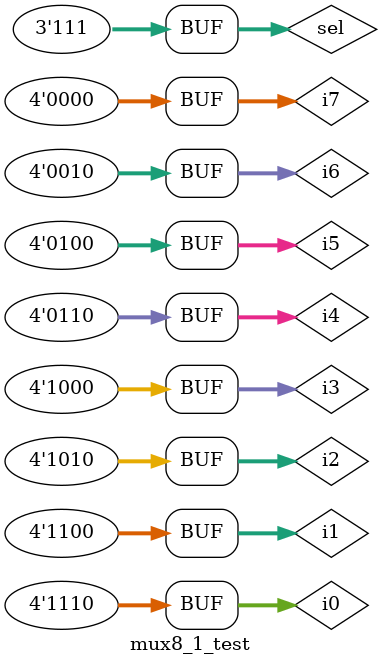
<source format=v>
`timescale 1ns / 1ps


module mux8_1_test;

	// Inputs
	reg [3:0] i0;
	reg [3:0] i1;
	reg [3:0] i2;
	reg [3:0] i3;
	reg [3:0] i4;
	reg [3:0] i5;
	reg [3:0] i6;
	reg [3:0] i7;
	reg [2:0] sel;

	// Outputs
	wire [3:0] y;

	// Instantiate the Unit Under Test (UUT)
	mux8_1 uut (
		.i0(i0), 
		.i1(i1), 
		.i2(i2), 
		.i3(i3), 
		.i4(i4), 
		.i5(i5), 
		.i6(i6), 
		.i7(i7), 
		.y(y), 
		.sel(sel)
	);

	initial begin

		i0 = 4'd0;
		i1 = 4'd1;
		i2 = 4'd3;
		i3 = 4'd5;
		i4 = 4'd7;
		i5 = 4'd9;
		i6 = 4'd12;
		i7 = 4'd15;
		sel = 3'd0;
		repeat (7) begin
			#50;
			sel = sel+1;
		end
		
		#50;
		i0 = 4'd14;
		i1 = 4'd12;
		i2 = 4'd10;
		i3 = 4'd8;
		i4 = 4'd6;
		i5 = 4'd4;
		i6 = 4'd2;
		i7 = 4'd0;
		sel = 3'd0;
		repeat (7) begin
			#50;
			sel = sel+1;
		end
	end
endmodule


</source>
